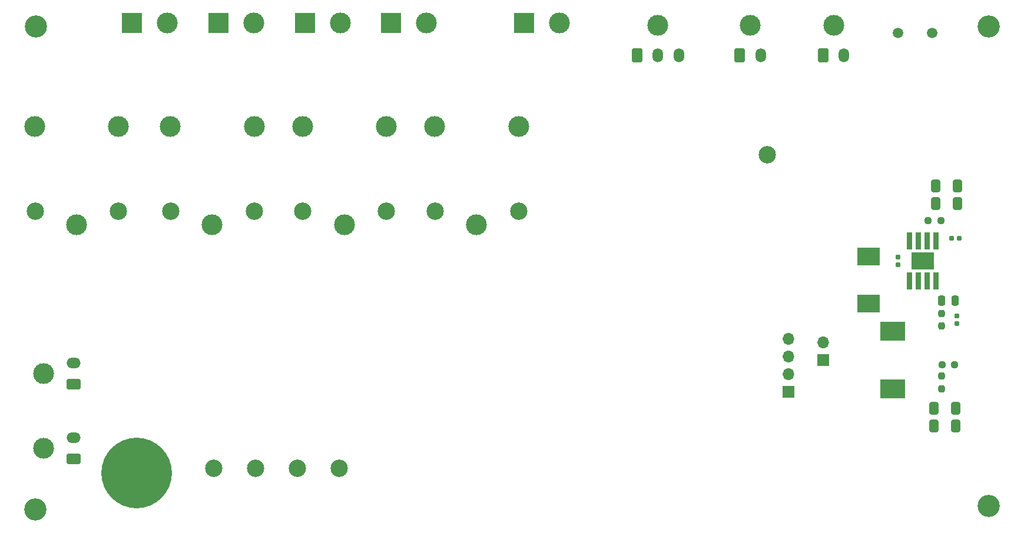
<source format=gbr>
%TF.GenerationSoftware,KiCad,Pcbnew,(6.0.1)*%
%TF.CreationDate,2022-05-13T18:05:17+02:00*%
%TF.ProjectId,RV_main_pcb_ESP32,52565f6d-6169-46e5-9f70-63625f455350,rev?*%
%TF.SameCoordinates,PX3d58588PY82b3790*%
%TF.FileFunction,Soldermask,Bot*%
%TF.FilePolarity,Negative*%
%FSLAX46Y46*%
G04 Gerber Fmt 4.6, Leading zero omitted, Abs format (unit mm)*
G04 Created by KiCad (PCBNEW (6.0.1)) date 2022-05-13 18:05:17*
%MOMM*%
%LPD*%
G01*
G04 APERTURE LIST*
G04 Aperture macros list*
%AMRoundRect*
0 Rectangle with rounded corners*
0 $1 Rounding radius*
0 $2 $3 $4 $5 $6 $7 $8 $9 X,Y pos of 4 corners*
0 Add a 4 corners polygon primitive as box body*
4,1,4,$2,$3,$4,$5,$6,$7,$8,$9,$2,$3,0*
0 Add four circle primitives for the rounded corners*
1,1,$1+$1,$2,$3*
1,1,$1+$1,$4,$5*
1,1,$1+$1,$6,$7*
1,1,$1+$1,$8,$9*
0 Add four rect primitives between the rounded corners*
20,1,$1+$1,$2,$3,$4,$5,0*
20,1,$1+$1,$4,$5,$6,$7,0*
20,1,$1+$1,$6,$7,$8,$9,0*
20,1,$1+$1,$8,$9,$2,$3,0*%
G04 Aperture macros list end*
%ADD10C,0.010000*%
%ADD11C,3.200000*%
%ADD12C,2.500000*%
%ADD13O,1.500000X2.020000*%
%ADD14RoundRect,0.250001X-0.499999X-0.759999X0.499999X-0.759999X0.499999X0.759999X-0.499999X0.759999X0*%
%ADD15C,3.000000*%
%ADD16R,1.700000X1.700000*%
%ADD17O,1.700000X1.700000*%
%ADD18R,3.000000X3.000000*%
%ADD19C,10.160000*%
%ADD20RoundRect,0.250001X0.759999X-0.499999X0.759999X0.499999X-0.759999X0.499999X-0.759999X-0.499999X0*%
%ADD21O,2.020000X1.500000*%
%ADD22C,1.500000*%
%ADD23RoundRect,0.237500X-0.237500X0.250000X-0.237500X-0.250000X0.237500X-0.250000X0.237500X0.250000X0*%
%ADD24RoundRect,0.237500X0.250000X0.237500X-0.250000X0.237500X-0.250000X-0.237500X0.250000X-0.237500X0*%
%ADD25RoundRect,0.250000X-0.412500X-0.650000X0.412500X-0.650000X0.412500X0.650000X-0.412500X0.650000X0*%
%ADD26RoundRect,0.155000X-0.155000X0.212500X-0.155000X-0.212500X0.155000X-0.212500X0.155000X0.212500X0*%
%ADD27R,3.300000X2.500000*%
%ADD28R,3.600000X2.700000*%
%ADD29RoundRect,0.155000X0.212500X0.155000X-0.212500X0.155000X-0.212500X-0.155000X0.212500X-0.155000X0*%
%ADD30RoundRect,0.250000X0.250000X0.475000X-0.250000X0.475000X-0.250000X-0.475000X0.250000X-0.475000X0*%
G04 APERTURE END LIST*
D10*
%TO.C,U2*%
X130470000Y43345000D02*
X130470000Y41005000D01*
X130470000Y41005000D02*
X131110000Y41005000D01*
X131110000Y41005000D02*
X131110000Y43345000D01*
X131110000Y43345000D02*
X130470000Y43345000D01*
G36*
X131110000Y41005000D02*
G01*
X130470000Y41005000D01*
X130470000Y43345000D01*
X131110000Y43345000D01*
X131110000Y41005000D01*
G37*
X131110000Y41005000D02*
X130470000Y41005000D01*
X130470000Y43345000D01*
X131110000Y43345000D01*
X131110000Y41005000D01*
X133010000Y43345000D02*
X133010000Y41005000D01*
X133010000Y41005000D02*
X133650000Y41005000D01*
X133650000Y41005000D02*
X133650000Y43345000D01*
X133650000Y43345000D02*
X133010000Y43345000D01*
G36*
X133650000Y41005000D02*
G01*
X133010000Y41005000D01*
X133010000Y43345000D01*
X133650000Y43345000D01*
X133650000Y41005000D01*
G37*
X133650000Y41005000D02*
X133010000Y41005000D01*
X133010000Y43345000D01*
X133650000Y43345000D01*
X133650000Y41005000D01*
X129200000Y43345000D02*
X129200000Y41005000D01*
X129200000Y41005000D02*
X129840000Y41005000D01*
X129840000Y41005000D02*
X129840000Y43345000D01*
X129840000Y43345000D02*
X129200000Y43345000D01*
G36*
X129840000Y41005000D02*
G01*
X129200000Y41005000D01*
X129200000Y43345000D01*
X129840000Y43345000D01*
X129840000Y41005000D01*
G37*
X129840000Y41005000D02*
X129200000Y41005000D01*
X129200000Y43345000D01*
X129840000Y43345000D01*
X129840000Y41005000D01*
X133010000Y37595000D02*
X133010000Y35255000D01*
X133010000Y35255000D02*
X133650000Y35255000D01*
X133650000Y35255000D02*
X133650000Y37595000D01*
X133650000Y37595000D02*
X133010000Y37595000D01*
G36*
X133650000Y35255000D02*
G01*
X133010000Y35255000D01*
X133010000Y37595000D01*
X133650000Y37595000D01*
X133650000Y35255000D01*
G37*
X133650000Y35255000D02*
X133010000Y35255000D01*
X133010000Y37595000D01*
X133650000Y37595000D01*
X133650000Y35255000D01*
X131740000Y43345000D02*
X131740000Y41005000D01*
X131740000Y41005000D02*
X132380000Y41005000D01*
X132380000Y41005000D02*
X132380000Y43345000D01*
X132380000Y43345000D02*
X131740000Y43345000D01*
G36*
X132380000Y41005000D02*
G01*
X131740000Y41005000D01*
X131740000Y43345000D01*
X132380000Y43345000D01*
X132380000Y41005000D01*
G37*
X132380000Y41005000D02*
X131740000Y41005000D01*
X131740000Y43345000D01*
X132380000Y43345000D01*
X132380000Y41005000D01*
X130470000Y37595000D02*
X130470000Y35255000D01*
X130470000Y35255000D02*
X131110000Y35255000D01*
X131110000Y35255000D02*
X131110000Y37595000D01*
X131110000Y37595000D02*
X130470000Y37595000D01*
G36*
X131110000Y35255000D02*
G01*
X130470000Y35255000D01*
X130470000Y37595000D01*
X131110000Y37595000D01*
X131110000Y35255000D01*
G37*
X131110000Y35255000D02*
X130470000Y35255000D01*
X130470000Y37595000D01*
X131110000Y37595000D01*
X131110000Y35255000D01*
X129200000Y37595000D02*
X129200000Y35255000D01*
X129200000Y35255000D02*
X129840000Y35255000D01*
X129840000Y35255000D02*
X129840000Y37595000D01*
X129840000Y37595000D02*
X129200000Y37595000D01*
G36*
X129840000Y35255000D02*
G01*
X129200000Y35255000D01*
X129200000Y37595000D01*
X129840000Y37595000D01*
X129840000Y35255000D01*
G37*
X129840000Y35255000D02*
X129200000Y35255000D01*
X129200000Y37595000D01*
X129840000Y37595000D01*
X129840000Y35255000D01*
X131740000Y37595000D02*
X131740000Y35255000D01*
X131740000Y35255000D02*
X132380000Y35255000D01*
X132380000Y35255000D02*
X132380000Y37595000D01*
X132380000Y37595000D02*
X131740000Y37595000D01*
G36*
X132380000Y35255000D02*
G01*
X131740000Y35255000D01*
X131740000Y37595000D01*
X132380000Y37595000D01*
X132380000Y35255000D01*
G37*
X132380000Y35255000D02*
X131740000Y35255000D01*
X131740000Y37595000D01*
X132380000Y37595000D01*
X132380000Y35255000D01*
X129875000Y40500000D02*
X129875000Y38100000D01*
X129875000Y38100000D02*
X132975000Y38100000D01*
X132975000Y38100000D02*
X132975000Y40500000D01*
X132975000Y40500000D02*
X129875000Y40500000D01*
G36*
X132975000Y38100000D02*
G01*
X129875000Y38100000D01*
X129875000Y40500000D01*
X132975000Y40500000D01*
X132975000Y38100000D01*
G37*
X132975000Y38100000D02*
X129875000Y38100000D01*
X129875000Y40500000D01*
X132975000Y40500000D01*
X132975000Y38100000D01*
%TD*%
D11*
%TO.C,H7*%
X3925000Y3550000D03*
%TD*%
D12*
%TO.C,F7*%
X35575000Y9450000D03*
%TD*%
%TO.C,F1*%
X109175000Y54550000D03*
%TD*%
D13*
%TO.C,J2*%
X96425000Y68830000D03*
X93425000Y68830000D03*
D14*
X90425000Y68830000D03*
D15*
X93425000Y73150000D03*
%TD*%
%TO.C,K1*%
X29325000Y44450000D03*
D12*
X35375000Y46400000D03*
D15*
X35375000Y58600000D03*
X23325000Y58650000D03*
D12*
X23375000Y46400000D03*
%TD*%
D15*
%TO.C,J1*%
X106675000Y73150000D03*
D14*
X105175000Y68830000D03*
D13*
X108175000Y68830000D03*
%TD*%
D12*
%TO.C,F4*%
X41575000Y9450000D03*
%TD*%
%TO.C,F8*%
X29575000Y9450000D03*
%TD*%
D16*
%TO.C,JP1*%
X117175000Y25025000D03*
D17*
X117175000Y27565000D03*
%TD*%
D11*
%TO.C,H5*%
X4000000Y73000000D03*
%TD*%
D16*
%TO.C,J11*%
X112175000Y20400000D03*
D17*
X112175000Y22940000D03*
X112175000Y25480000D03*
X112175000Y28020000D03*
%TD*%
D12*
%TO.C,F5*%
X47575000Y9450000D03*
%TD*%
D18*
%TO.C,J9*%
X42635000Y73550000D03*
D15*
X47715000Y73550000D03*
%TD*%
%TO.C,K3*%
X67325000Y44450000D03*
D12*
X73375000Y46400000D03*
D15*
X73375000Y58600000D03*
X61325000Y58650000D03*
D12*
X61375000Y46400000D03*
%TD*%
D18*
%TO.C,J7*%
X55051668Y73550000D03*
D15*
X60131668Y73550000D03*
%TD*%
%TO.C,K2*%
X48325000Y44450000D03*
D12*
X54375000Y46400000D03*
D15*
X54375000Y58600000D03*
X42325000Y58650000D03*
D12*
X42375000Y46400000D03*
%TD*%
D18*
%TO.C,J8*%
X17801668Y73550000D03*
D15*
X22881668Y73550000D03*
%TD*%
%TO.C,K4*%
X9825000Y44450000D03*
D12*
X15875000Y46400000D03*
D15*
X15875000Y58600000D03*
X3825000Y58650000D03*
D12*
X3875000Y46400000D03*
%TD*%
D11*
%TO.C,H8*%
X141000000Y73000000D03*
%TD*%
D18*
%TO.C,J6*%
X30218334Y73550000D03*
D15*
X35298334Y73550000D03*
%TD*%
D19*
%TO.C,J5*%
X18425000Y8800000D03*
%TD*%
D18*
%TO.C,J4*%
X74135000Y73550000D03*
D15*
X79215000Y73550000D03*
%TD*%
%TO.C,J12*%
X5075000Y23050000D03*
D20*
X9395000Y21550000D03*
D21*
X9395000Y24550000D03*
%TD*%
D22*
%TO.C,Y1*%
X127975000Y72050000D03*
X132855000Y72050000D03*
%TD*%
D15*
%TO.C,J3*%
X118675000Y73150000D03*
D14*
X117175000Y68830000D03*
D13*
X120175000Y68830000D03*
%TD*%
D11*
%TO.C,H6*%
X141000000Y4000000D03*
%TD*%
D15*
%TO.C,J13*%
X5075000Y12300000D03*
D20*
X9395000Y10800000D03*
D21*
X9395000Y13800000D03*
%TD*%
D23*
%TO.C,R45*%
X134175000Y22712500D03*
X134175000Y20887500D03*
%TD*%
D24*
%TO.C,R46*%
X136087500Y24300000D03*
X134262500Y24300000D03*
%TD*%
D23*
%TO.C,R44*%
X134175000Y31712500D03*
X134175000Y29887500D03*
%TD*%
D25*
%TO.C,C33*%
X133112500Y18050000D03*
X136237500Y18050000D03*
%TD*%
D26*
%TO.C,C32*%
X136425000Y31367500D03*
X136425000Y30232500D03*
%TD*%
D27*
%TO.C,D12*%
X123675000Y33150000D03*
X123675000Y39950000D03*
%TD*%
D25*
%TO.C,C34*%
X133112500Y15550000D03*
X136237500Y15550000D03*
%TD*%
%TO.C,C3*%
X133362500Y50050000D03*
X136487500Y50050000D03*
%TD*%
D28*
%TO.C,L1*%
X127175000Y29200000D03*
X127175000Y20900000D03*
%TD*%
D26*
%TO.C,C30*%
X127925000Y39867500D03*
X127925000Y38732500D03*
%TD*%
D29*
%TO.C,C29*%
X136742500Y42550000D03*
X135607500Y42550000D03*
%TD*%
D25*
%TO.C,C4*%
X133362500Y47550000D03*
X136487500Y47550000D03*
%TD*%
D24*
%TO.C,R43*%
X134087500Y45050000D03*
X132262500Y45050000D03*
%TD*%
D30*
%TO.C,C31*%
X136125000Y33550000D03*
X134225000Y33550000D03*
%TD*%
M02*

</source>
